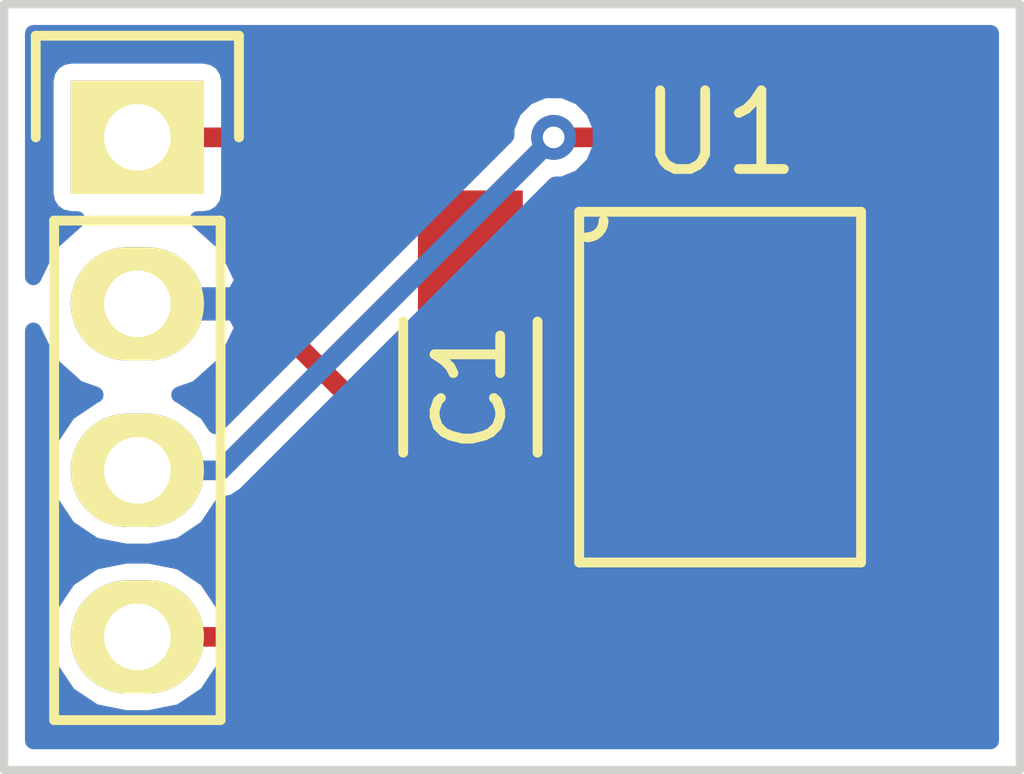
<source format=kicad_pcb>
(kicad_pcb (version 4) (host pcbnew 4.0.2-stable)

  (general
    (links 8)
    (no_connects 0)
    (area 130.727667 97.861 149.415501 113.855501)
    (thickness 1.6)
    (drawings 4)
    (tracks 22)
    (zones 0)
    (modules 3)
    (nets 5)
  )

  (page A4)
  (layers
    (0 F.Cu signal)
    (31 B.Cu signal)
    (36 B.SilkS user)
    (37 F.SilkS user)
    (38 B.Mask user)
    (39 F.Mask user)
    (44 Edge.Cuts user)
  )

  (setup
    (last_trace_width 0.3)
    (user_trace_width 0.1524)
    (user_trace_width 0.2)
    (user_trace_width 0.25)
    (user_trace_width 0.3)
    (user_trace_width 0.4)
    (user_trace_width 0.5)
    (user_trace_width 0.6)
    (user_trace_width 0.8)
    (user_trace_width 1)
    (user_trace_width 1.2)
    (user_trace_width 1.5)
    (user_trace_width 2)
    (trace_clearance 0.254)
    (zone_clearance 0.254)
    (zone_45_only no)
    (trace_min 0.1524)
    (segment_width 0.127)
    (edge_width 0.127)
    (via_size 0.6858)
    (via_drill 0.3302)
    (via_min_size 0.6858)
    (via_min_drill 0.3302)
    (uvia_size 0.508)
    (uvia_drill 0.127)
    (uvias_allowed no)
    (uvia_min_size 0.508)
    (uvia_min_drill 0.127)
    (pcb_text_width 0.127)
    (pcb_text_size 0.6 0.6)
    (mod_edge_width 0.127)
    (mod_text_size 0.6 0.6)
    (mod_text_width 0.127)
    (pad_size 1.524 1.524)
    (pad_drill 0.762)
    (pad_to_mask_clearance 0)
    (pad_to_paste_clearance -0.04)
    (aux_axis_origin 0 0)
    (visible_elements 7FFFFFFF)
    (pcbplotparams
      (layerselection 0x010f0_80000001)
      (usegerberextensions true)
      (usegerberattributes true)
      (excludeedgelayer true)
      (linewidth 0.127000)
      (plotframeref false)
      (viasonmask false)
      (mode 1)
      (useauxorigin false)
      (hpglpennumber 1)
      (hpglpenspeed 20)
      (hpglpendiameter 15)
      (hpglpenoverlay 2)
      (psnegative false)
      (psa4output false)
      (plotreference true)
      (plotvalue true)
      (plotinvisibletext false)
      (padsonsilk false)
      (subtractmaskfromsilk false)
      (outputformat 1)
      (mirror false)
      (drillshape 0)
      (scaleselection 1)
      (outputdirectory "C:/Users/Andrew/Documents/KiCad/Boards/MS56110 Breakout/Gerbs/"))
  )

  (net 0 "")
  (net 1 +3V3)
  (net 2 GND)
  (net 3 /SCL)
  (net 4 /SDA)

  (net_class Default "Dit is de standaard class."
    (clearance 0.254)
    (trace_width 0.254)
    (via_dia 0.6858)
    (via_drill 0.3302)
    (uvia_dia 0.508)
    (uvia_drill 0.127)
    (add_net +3V3)
    (add_net /SCL)
    (add_net /SDA)
    (add_net GND)
  )

  (net_class 0.2mm ""
    (clearance 0.2)
    (trace_width 0.2)
    (via_dia 0.6858)
    (via_drill 0.3302)
    (uvia_dia 0.508)
    (uvia_drill 0.127)
  )

  (net_class Minimal ""
    (clearance 0.1524)
    (trace_width 0.1524)
    (via_dia 0.6858)
    (via_drill 0.3302)
    (uvia_dia 0.508)
    (uvia_drill 0.127)
  )

  (module Capacitors_SMD:C_1206_HandSoldering (layer F.Cu) (tedit 56FF0F59) (tstamp 56FF0C3B)
    (at 140.97 107.95 270)
    (descr "Capacitor SMD 1206, hand soldering")
    (tags "capacitor 1206")
    (path /56FF087C)
    (attr smd)
    (fp_text reference C1 (at 0 0 270) (layer F.SilkS)
      (effects (font (size 1 1) (thickness 0.15)))
    )
    (fp_text value 0.1uf (at 0 2.3 270) (layer F.Fab)
      (effects (font (size 1 1) (thickness 0.15)))
    )
    (fp_line (start -3.3 -1.15) (end 3.3 -1.15) (layer F.CrtYd) (width 0.05))
    (fp_line (start -3.3 1.15) (end 3.3 1.15) (layer F.CrtYd) (width 0.05))
    (fp_line (start -3.3 -1.15) (end -3.3 1.15) (layer F.CrtYd) (width 0.05))
    (fp_line (start 3.3 -1.15) (end 3.3 1.15) (layer F.CrtYd) (width 0.05))
    (fp_line (start 1 -1.025) (end -1 -1.025) (layer F.SilkS) (width 0.15))
    (fp_line (start -1 1.025) (end 1 1.025) (layer F.SilkS) (width 0.15))
    (pad 1 smd rect (at -2 0 270) (size 2 1.6) (layers F.Cu F.Mask)
      (net 1 +3V3))
    (pad 2 smd rect (at 2 0 270) (size 2 1.6) (layers F.Cu F.Mask)
      (net 2 GND))
    (model Capacitors_SMD.3dshapes/C_1206_HandSoldering.wrl
      (at (xyz 0 0 0))
      (scale (xyz 1 1 1))
      (rotate (xyz 0 0 0))
    )
  )

  (module Pin_Headers:Pin_Header_Straight_1x04 (layer F.Cu) (tedit 56FF0D6D) (tstamp 56FF0C43)
    (at 135.89 104.14)
    (descr "Through hole pin header")
    (tags "pin header")
    (path /56FF05CC)
    (fp_text reference P1 (at 0 -5.1) (layer F.SilkS) hide
      (effects (font (size 1 1) (thickness 0.15)))
    )
    (fp_text value CONN_01X04 (at 0 -3.1) (layer F.Fab) hide
      (effects (font (size 1 1) (thickness 0.15)))
    )
    (fp_line (start -1.75 -1.75) (end -1.75 9.4) (layer F.CrtYd) (width 0.05))
    (fp_line (start 1.75 -1.75) (end 1.75 9.4) (layer F.CrtYd) (width 0.05))
    (fp_line (start -1.75 -1.75) (end 1.75 -1.75) (layer F.CrtYd) (width 0.05))
    (fp_line (start -1.75 9.4) (end 1.75 9.4) (layer F.CrtYd) (width 0.05))
    (fp_line (start -1.27 1.27) (end -1.27 8.89) (layer F.SilkS) (width 0.15))
    (fp_line (start 1.27 1.27) (end 1.27 8.89) (layer F.SilkS) (width 0.15))
    (fp_line (start 1.55 -1.55) (end 1.55 0) (layer F.SilkS) (width 0.15))
    (fp_line (start -1.27 8.89) (end 1.27 8.89) (layer F.SilkS) (width 0.15))
    (fp_line (start 1.27 1.27) (end -1.27 1.27) (layer F.SilkS) (width 0.15))
    (fp_line (start -1.55 0) (end -1.55 -1.55) (layer F.SilkS) (width 0.15))
    (fp_line (start -1.55 -1.55) (end 1.55 -1.55) (layer F.SilkS) (width 0.15))
    (pad 1 thru_hole rect (at 0 0) (size 2.032 1.7272) (drill 1.016) (layers *.Cu *.Mask F.SilkS)
      (net 1 +3V3))
    (pad 2 thru_hole oval (at 0 2.54) (size 2.032 1.7272) (drill 1.016) (layers *.Cu *.Mask F.SilkS)
      (net 2 GND))
    (pad 3 thru_hole oval (at 0 5.08) (size 2.032 1.7272) (drill 1.016) (layers *.Cu *.Mask F.SilkS)
      (net 3 /SCL))
    (pad 4 thru_hole oval (at 0 7.62) (size 2.032 1.7272) (drill 1.016) (layers *.Cu *.Mask F.SilkS)
      (net 4 /SDA))
    (model Pin_Headers.3dshapes/Pin_Header_Straight_1x04.wrl
      (at (xyz 0 -0.15 0))
      (scale (xyz 1 1 1))
      (rotate (xyz 0 0 90))
    )
  )

  (module AJGFEET:MS56110-QFN (layer F.Cu) (tedit 56FF0BCF) (tstamp 56FF0C54)
    (at 144.78 107.95 270)
    (path /56FF0805)
    (fp_text reference U1 (at -3.875 0 360) (layer F.SilkS)
      (effects (font (size 1.2 1.2) (thickness 0.15)))
    )
    (fp_text value MS56110 (at 0 -3.048 270) (layer F.Fab) hide
      (effects (font (size 1.2 1.2) (thickness 0.15)))
    )
    (fp_arc (start -2.54 2.032) (end -2.54 1.778) (angle 90) (layer F.SilkS) (width 0.15))
    (fp_line (start -2.675 -2.15) (end -2.675 2.15) (layer F.SilkS) (width 0.15))
    (fp_line (start -2.675 2.15) (end 2.675 2.15) (layer F.SilkS) (width 0.15))
    (fp_line (start 2.675 2.15) (end 2.675 -2.15) (layer F.SilkS) (width 0.15))
    (fp_line (start 2.675 -2.15) (end -2.675 -2.15) (layer F.SilkS) (width 0.15))
    (pad 8 smd rect (at -1.875 -1.1 270) (size 0.6 1.1) (layers F.Cu F.Mask)
      (net 3 /SCL))
    (pad 1 smd rect (at -1.875 1.1 270) (size 0.6 1.1) (layers F.Cu F.Mask)
      (net 1 +3V3))
    (pad 7 smd rect (at -0.625 -1.1 270) (size 0.6 1.1) (layers F.Cu F.Mask)
      (net 4 /SDA))
    (pad 2 smd rect (at -0.625 1.1 270) (size 0.6 1.1) (layers F.Cu F.Mask)
      (net 1 +3V3))
    (pad 6 smd rect (at 0.625 -1.1 270) (size 0.6 1.1) (layers F.Cu F.Mask))
    (pad 3 smd rect (at 0.625 1.1 270) (size 0.6 1.1) (layers F.Cu F.Mask)
      (net 2 GND))
    (pad 5 smd rect (at 1.875 -1.1 270) (size 0.6 1.1) (layers F.Cu F.Mask))
    (pad 4 smd rect (at 1.875 1.1 270) (size 0.6 1.1) (layers F.Cu F.Mask)
      (net 2 GND))
  )

  (gr_line (start 149.352 102.108) (end 133.858 102.108) (angle 90) (layer Edge.Cuts) (width 0.127))
  (gr_line (start 149.352 113.792) (end 149.352 102.108) (angle 90) (layer Edge.Cuts) (width 0.127))
  (gr_line (start 133.858 113.792) (end 149.352 113.792) (angle 90) (layer Edge.Cuts) (width 0.127))
  (gr_line (start 133.858 102.108) (end 133.858 113.792) (angle 90) (layer Edge.Cuts) (width 0.127))

  (segment (start 140.97 105.95) (end 141.51 105.95) (width 0.3) (layer F.Cu) (net 1))
  (segment (start 141.51 105.95) (end 142.885 107.325) (width 0.3) (layer F.Cu) (net 1) (tstamp 56FF0C9C))
  (segment (start 142.885 107.325) (end 143.68 107.325) (width 0.3) (layer F.Cu) (net 1) (tstamp 56FF0CA1))
  (segment (start 135.89 104.14) (end 139.16 104.14) (width 0.3) (layer F.Cu) (net 1))
  (segment (start 139.16 104.14) (end 141.095 106.075) (width 0.3) (layer F.Cu) (net 1) (tstamp 56FF0C8E))
  (segment (start 141.095 106.075) (end 143.68 106.075) (width 0.3) (layer F.Cu) (net 1) (tstamp 56FF0C90))
  (segment (start 135.89 106.68) (end 137.7 106.68) (width 0.3) (layer F.Cu) (net 2))
  (segment (start 137.7 106.68) (end 140.97 109.95) (width 0.3) (layer F.Cu) (net 2) (tstamp 56FF0D9A))
  (segment (start 140.97 109.95) (end 143.555 109.95) (width 0.3) (layer F.Cu) (net 2))
  (segment (start 143.555 109.95) (end 143.68 109.825) (width 0.3) (layer F.Cu) (net 2) (tstamp 56FF0CAA))
  (segment (start 143.68 109.825) (end 143.68 108.575) (width 0.3) (layer F.Cu) (net 2) (tstamp 56FF0CB1))
  (segment (start 135.89 109.22) (end 137.16 109.22) (width 0.3) (layer B.Cu) (net 3))
  (segment (start 145.88 105.24) (end 145.88 106.075) (width 0.3) (layer F.Cu) (net 3) (tstamp 56FF0DB5))
  (segment (start 144.78 104.14) (end 145.88 105.24) (width 0.3) (layer F.Cu) (net 3) (tstamp 56FF0DB3))
  (segment (start 142.24 104.14) (end 144.78 104.14) (width 0.3) (layer F.Cu) (net 3) (tstamp 56FF0DB2))
  (via (at 142.24 104.14) (size 0.6858) (drill 0.3302) (layers F.Cu B.Cu) (net 3))
  (segment (start 137.16 109.22) (end 142.24 104.14) (width 0.3) (layer B.Cu) (net 3) (tstamp 56FF0DA7))
  (segment (start 135.89 111.76) (end 147.32 111.76) (width 0.3) (layer F.Cu) (net 4))
  (segment (start 147.965 107.325) (end 145.88 107.325) (width 0.3) (layer F.Cu) (net 4) (tstamp 56FF0CDC))
  (segment (start 148.59 107.95) (end 147.965 107.325) (width 0.3) (layer F.Cu) (net 4) (tstamp 56FF0CDA))
  (segment (start 148.59 110.49) (end 148.59 107.95) (width 0.3) (layer F.Cu) (net 4) (tstamp 56FF0CD6))
  (segment (start 147.32 111.76) (end 148.59 110.49) (width 0.3) (layer F.Cu) (net 4) (tstamp 56FF0CC5))

  (zone (net 2) (net_name GND) (layer B.Cu) (tstamp 56FF0DD2) (hatch edge 0.508)
    (connect_pads (clearance 0.254))
    (min_thickness 0.254)
    (fill yes (arc_segments 16) (thermal_gap 0.508) (thermal_bridge_width 0.508))
    (polygon
      (pts
        (xy 133.985 102.235) (xy 133.985 113.665) (xy 149.225 113.665) (xy 149.225 102.235)
      )
    )
    (filled_polygon
      (pts
        (xy 148.9075 113.3475) (xy 134.3025 113.3475) (xy 134.3025 111.76) (xy 134.465631 111.76) (xy 134.560371 112.236288)
        (xy 134.830166 112.640065) (xy 135.233943 112.90986) (xy 135.710231 113.0046) (xy 136.069769 113.0046) (xy 136.546057 112.90986)
        (xy 136.949834 112.640065) (xy 137.219629 112.236288) (xy 137.314369 111.76) (xy 137.219629 111.283712) (xy 136.949834 110.879935)
        (xy 136.546057 110.61014) (xy 136.069769 110.5154) (xy 135.710231 110.5154) (xy 135.233943 110.61014) (xy 134.830166 110.879935)
        (xy 134.560371 111.283712) (xy 134.465631 111.76) (xy 134.3025 111.76) (xy 134.3025 107.090516) (xy 134.539268 107.582036)
        (xy 134.97568 107.971954) (xy 135.248243 108.067296) (xy 135.233943 108.07014) (xy 134.830166 108.339935) (xy 134.560371 108.743712)
        (xy 134.465631 109.22) (xy 134.560371 109.696288) (xy 134.830166 110.100065) (xy 135.233943 110.36986) (xy 135.710231 110.4646)
        (xy 136.069769 110.4646) (xy 136.546057 110.36986) (xy 136.949834 110.100065) (xy 137.186608 109.745707) (xy 137.363205 109.71058)
        (xy 137.535474 109.595474) (xy 142.267024 104.863924) (xy 142.383361 104.864025) (xy 142.649521 104.75405) (xy 142.853335 104.550592)
        (xy 142.963774 104.284624) (xy 142.964025 103.996639) (xy 142.85405 103.730479) (xy 142.650592 103.526665) (xy 142.384624 103.416226)
        (xy 142.096639 103.415975) (xy 141.830479 103.52595) (xy 141.626665 103.729408) (xy 141.516226 103.995376) (xy 141.516124 104.112928)
        (xy 137.085732 108.54332) (xy 136.949834 108.339935) (xy 136.546057 108.07014) (xy 136.531757 108.067296) (xy 136.80432 107.971954)
        (xy 137.240732 107.582036) (xy 137.494709 107.054791) (xy 137.497358 107.039026) (xy 137.376217 106.807) (xy 136.017 106.807)
        (xy 136.017 106.827) (xy 135.763 106.827) (xy 135.763 106.807) (xy 135.743 106.807) (xy 135.743 106.553)
        (xy 135.763 106.553) (xy 135.763 106.533) (xy 136.017 106.533) (xy 136.017 106.553) (xy 137.376217 106.553)
        (xy 137.497358 106.320974) (xy 137.494709 106.305209) (xy 137.240732 105.777964) (xy 136.808817 105.392064) (xy 136.906 105.392064)
        (xy 137.04719 105.365497) (xy 137.176865 105.282054) (xy 137.263859 105.154734) (xy 137.294464 105.0036) (xy 137.294464 103.2764)
        (xy 137.267897 103.13521) (xy 137.184454 103.005535) (xy 137.057134 102.918541) (xy 136.906 102.887936) (xy 134.874 102.887936)
        (xy 134.73281 102.914503) (xy 134.603135 102.997946) (xy 134.516141 103.125266) (xy 134.485536 103.2764) (xy 134.485536 105.0036)
        (xy 134.512103 105.14479) (xy 134.595546 105.274465) (xy 134.722866 105.361459) (xy 134.874 105.392064) (xy 134.971183 105.392064)
        (xy 134.539268 105.777964) (xy 134.3025 106.269484) (xy 134.3025 102.5525) (xy 148.9075 102.5525)
      )
    )
  )
)

</source>
